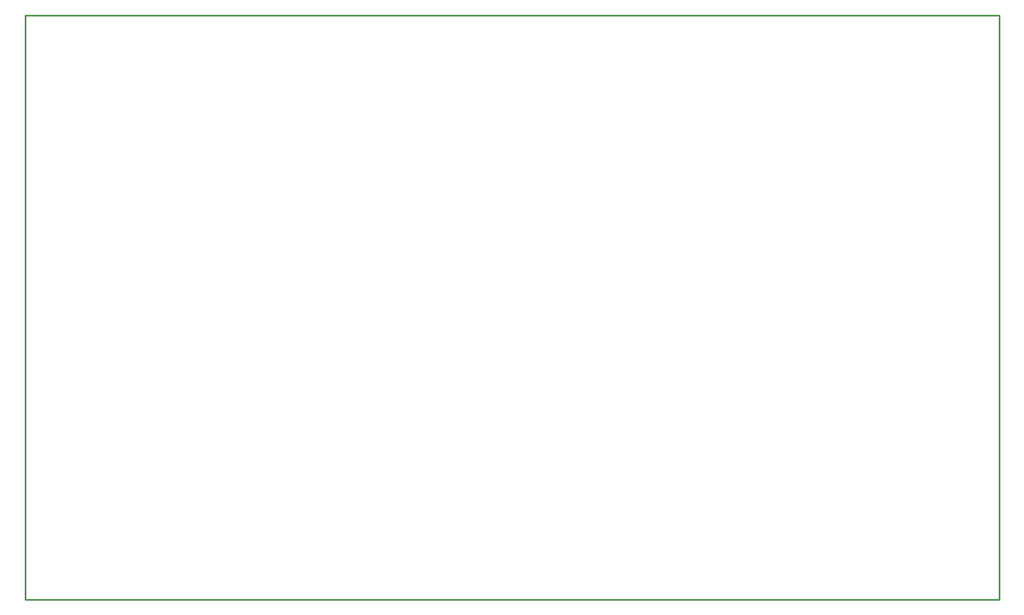
<source format=gko>
G04 Layer: BoardOutline*
G04 EasyEDA v6.4.7, 2021-02-04T23:20:08+01:00*
G04 79144050c9e943b49f0c46fcba6317a4,10*
G04 Gerber Generator version 0.2*
G04 Scale: 100 percent, Rotated: No, Reflected: No *
G04 Dimensions in millimeters *
G04 leading zeros omitted , absolute positions ,3 integer and 3 decimal *
%FSLAX33Y33*%
%MOMM*%
G90*
D02*

%ADD10C,0.254000*%
G54D10*
G01X0Y89999D02*
G01X149999Y89999D01*
G01X149999Y0D01*
G01X0Y0D01*
G01X0Y89999D01*

%LPD*%
M00*
M02*

</source>
